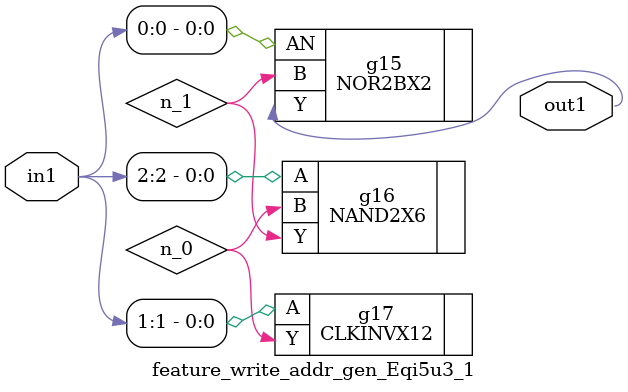
<source format=v>
`timescale 1ps / 1ps


module feature_write_addr_gen_Eqi5u3_1(in1, out1);
  input [2:0] in1;
  output out1;
  wire [2:0] in1;
  wire out1;
  wire n_0, n_1;
  NOR2BX2 g15(.AN (in1[0]), .B (n_1), .Y (out1));
  NAND2X6 g16(.A (in1[2]), .B (n_0), .Y (n_1));
  CLKINVX12 g17(.A (in1[1]), .Y (n_0));
endmodule



</source>
